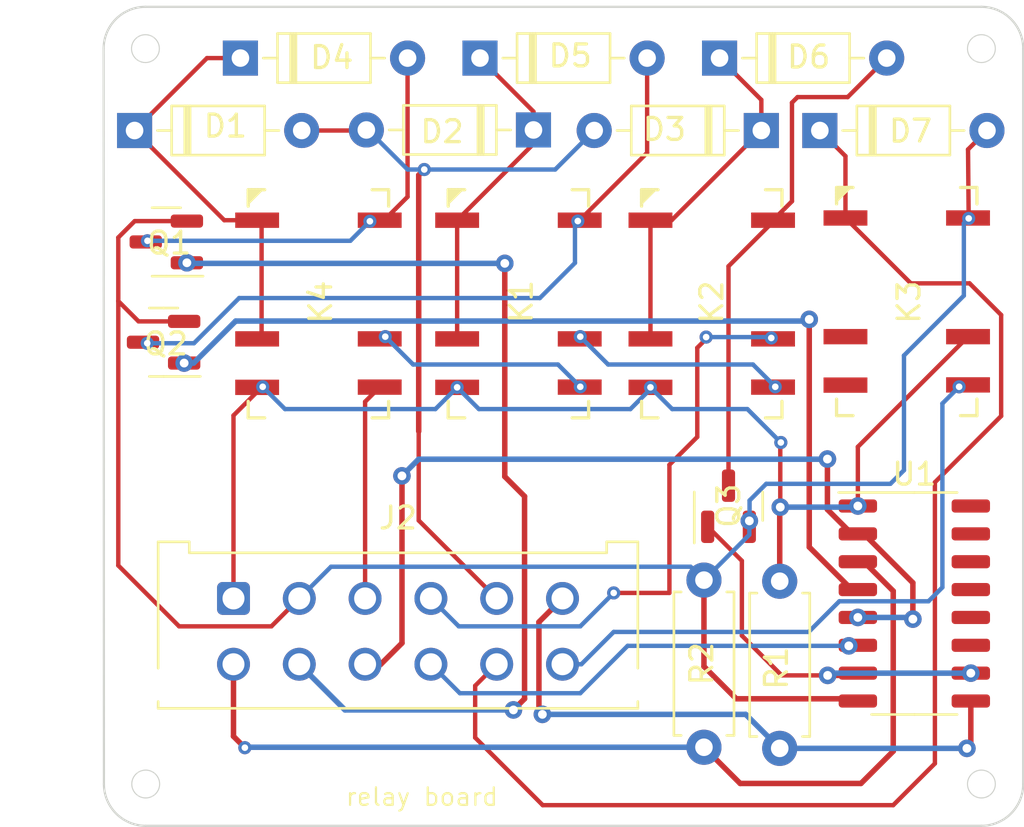
<source format=kicad_pcb>
(kicad_pcb (version 20221018) (generator pcbnew)
  (layers (0 "F.Cu" signal) (31 "B.Cu" signal) (34 "B.Paste" user) (35 "F.Paste" user) (36 "B.SilkS" user "B.Silkscreen") (37 "F.SilkS" user "F.Silkscreen") (38 "B.Mask" user) (39 "F.Mask" user) (44 "Edge.Cuts" user))
  (net 0 "")
  (net 1 "BMS Fault")
  (net 2 "+12V")
  (net 3 "IMD Fault")
  (net 4 "Net-(D1-K)")
  (net 5 "SW")
  (net 6 "Net-(D2-K)")
  (net 7 "Net-(D3-K)")
  (net 8 "GND")
  (net 9 "SDC 2")
  (net 10 "SDC 1")
  (net 11 "BSPD Fault")
  (net 12 "IMD_indicator")
  (net 13 "BMS_indicator")
  (net 14 "Net-(Q2-G)")
  (net 15 "Net-(Q3-G)")
  (net 16 "Net-(K1-Pad6)")
  (net 17 "Net-(K1-Pad5)")
  (net 18 "/Drain_IMD")
  (net 19 "/Drain_BMS")
  (net 20 "/Drain_BSPD")
  (net 22 "BMS_charge")
  (net 24 "BMS_power")
  (footprint "Diode_THT:D_DO-35_SOD27_P7.62mm_Horizontal" (layer "F.Cu") (at 118.0084 84.5566 180)
    (fp_text reference "D2" (at 4.1656 -0.0762) (layer "F.SilkS"))
    (fp_text value "1N4148")
    (fp_line (start 1.04 0) (end 1.69 0) (stroke (width 0.12)) (layer "F.SilkS"))
    (fp_line (start 1.69 -1.12) (end 1.69 1.12) (stroke (width 0.12)) (layer "F.SilkS"))
    (fp_line (start 1.69 1.12) (end 5.93 1.12) (stroke (width 0.12)) (layer "F.SilkS"))
    (fp_line (start 2.29 -1.12) (end 2.29 1.12) (stroke (width 0.12)) (layer "F.SilkS"))
    (fp_line (start 2.41 -1.12) (end 2.41 1.12) (stroke (width 0.12)) (layer "F.SilkS"))
    (fp_line (start 2.53 -1.12) (end 2.53 1.12) (stroke (width 0.12)) (layer "F.SilkS"))
    (fp_line (start 5.93 -1.12) (end 1.69 -1.12) (stroke (width 0.12)) (layer "F.SilkS"))
    (fp_line (start 5.93 1.12) (end 5.93 -1.12) (stroke (width 0.12)) (layer "F.SilkS"))
    (fp_line (start 6.58 0) (end 5.93 0) (stroke (width 0.12)) (layer "F.SilkS"))
    (pad "1" thru_hole rect (at 0 0 180) (size 1.6 1.6) (drill 0.8) (layers "*.Cu" "*.Mask") (net 6 "Net-(D2-K)"))
    (pad "2" thru_hole oval (at 7.62 0 180) (size 1.6 1.6) (drill 0.8) (layers "*.Cu" "*.Mask") (net 5 "SW"))
  )
  (footprint "Diode_THT:D_DO-35_SOD27_P7.62mm_Horizontal" (layer "F.Cu") (at 104.648 81.28)
    (fp_text reference "D4" (at 4.1656 -0.0254) (layer "F.SilkS"))
    (fp_text value "1N4148" hide)
    (fp_line (start 1.04 0) (end 1.69 0) (stroke (width 0.12)) (layer "F.SilkS"))
    (fp_line (start 1.69 -1.12) (end 1.69 1.12) (stroke (width 0.12)) (layer "F.SilkS"))
    (fp_line (start 1.69 1.12) (end 5.93 1.12) (stroke (width 0.12)) (layer "F.SilkS"))
    (fp_line (start 2.29 -1.12) (end 2.29 1.12) (stroke (width 0.12)) (layer "F.SilkS"))
    (fp_line (start 2.41 -1.12) (end 2.41 1.12) (stroke (width 0.12)) (layer "F.SilkS"))
    (fp_line (start 2.53 -1.12) (end 2.53 1.12) (stroke (width 0.12)) (layer "F.SilkS"))
    (fp_line (start 5.93 -1.12) (end 1.69 -1.12) (stroke (width 0.12)) (layer "F.SilkS"))
    (fp_line (start 5.93 1.12) (end 5.93 -1.12) (stroke (width 0.12)) (layer "F.SilkS"))
    (fp_line (start 6.58 0) (end 5.93 0) (stroke (width 0.12)) (layer "F.SilkS"))
    (pad "1" thru_hole rect (at 0 0) (size 1.6 1.6) (drill 0.8) (layers "*.Cu" "*.Mask") (net 4 "Net-(D1-K)"))
    (pad "2" thru_hole oval (at 7.62 0) (size 1.6 1.6) (drill 0.8) (layers "*.Cu" "*.Mask") (net 20 "/Drain_BSPD"))
  )
  (footprint "Relay_SMD:Relay_DPDT_AXICOM_IMSeries_JLeg" (layer "F.Cu") (at 135.0264 92.3798)
    (fp_text reference "K3" (at 0.1016 0.0254 90) (layer "F.SilkS"))
    (fp_text value "1462043-4")
    (fp_line (start -3.2 -5.2) (end -3.2 -4.45) (stroke (width 0.15)) (layer "F.SilkS"))
    (fp_line (start -3.2 4.45) (end -3.2 5.2) (stroke (width 0.15)) (layer "F.SilkS"))
    (fp_line (start -3.2 5.2) (end -2.45 5.2) (stroke (width 0.15)) (layer "F.SilkS"))
    (fp_line (start -3.05 -5.2) (end -3.2 -5.05) (stroke (width 0.15)) (layer "F.SilkS"))
    (fp_line (start -2.9 -5.2) (end -3.2 -4.9) (stroke (width 0.15)) (layer "F.SilkS"))
    (fp_line (start -2.75 -5.2) (end -3.2 -4.75) (stroke (width 0.15)) (layer "F.SilkS"))
    (fp_line (start -2.6 -5.2) (end -3.2 -4.6) (stroke (width 0.15)) (layer "F.SilkS"))
    (fp_line (start -2.45 -5.2) (end -3.2 -5.2) (stroke (width 0.15)) (layer "F.SilkS"))
    (fp_line (start 2.45 -5.2) (end 3.2 -5.2) (stroke (width 0.15)) (layer "F.SilkS"))
    (fp_line (start 2.45 5.2) (end 3.2 5.2) (stroke (width 0.15)) (layer "F.SilkS"))
    (fp_line (start 3.2 -5.2) (end 3.2 -4.45) (stroke (width 0.15)) (layer "F.SilkS"))
    (fp_line (start 3.2 4.45) (end 3.2 5.2) (stroke (width 0.15)) (layer "F.SilkS"))
    (pad "1" smd rect (at -2.794 -3.81) (size 2 0.7) (layers "F.Cu" "F.Paste" "F.Mask") (net 24 "BMS_power"))
    (pad "3" smd rect (at -2.794 1.6) (size 2 0.7) (layers "F.Cu" "F.Paste" "F.Mask"))
    (pad "4" smd rect (at -2.794 3.81) (size 2 0.7) (layers "F.Cu" "F.Paste" "F.Mask"))
    (pad "5" smd rect (at 2.794 3.8) (size 2 0.7) (layers "F.Cu" "F.Paste" "F.Mask") (net 22 "BMS_charge"))
    (pad "6" smd rect (at 2.794 1.6) (size 2 0.7) (layers "F.Cu" "F.Paste" "F.Mask") (net 2 "+12V"))
    (pad "8" smd rect (at 2.794 -3.81) (size 2 0.7) (layers "F.Cu" "F.Paste" "F.Mask") (net 8 "GND"))
  )
  (footprint "Connector_Molex:Molex_Micro-Fit_3.0_43045-1212_2x06_P3.00mm_Vertical" (layer "F.Cu") (at 104.332 105.9152)
    (fp_text reference "J2" (at 7.5 -3.67) (layer "F.SilkS"))
    (fp_text value "043045-1212")
    (fp_line (start -3.435 -2.58) (end -2.015 -2.58) (stroke (width 0.12)) (layer "F.SilkS"))
    (fp_line (start -3.435 3.18) (end -3.435 -2.58) (stroke (width 0.12)) (layer "F.SilkS"))
    (fp_line (start -3.435 4.7) (end -3.435 5.01) (stroke (width 0.12)) (layer "F.SilkS"))
    (fp_line (start -3.435 5.01) (end 18.435 5.01) (stroke (width 0.12)) (layer "F.SilkS"))
    (fp_line (start -2.015 -2.58) (end -2.015 -2.08) (stroke (width 0.12)) (layer "F.SilkS"))
    (fp_line (start -2.015 -2.08) (end 17.015 -2.08) (stroke (width 0.12)) (layer "F.SilkS"))
    (fp_line (start 17.015 -2.58) (end 18.435 -2.58) (stroke (width 0.12)) (layer "F.SilkS"))
    (fp_line (start 17.015 -2.08) (end 17.015 -2.58) (stroke (width 0.12)) (layer "F.SilkS"))
    (fp_line (start 18.435 -2.58) (end 18.435 3.18) (stroke (width 0.12)) (layer "F.SilkS"))
    (fp_line (start 18.435 5.01) (end 18.435 4.7) (stroke (width 0.12)) (layer "F.SilkS"))
    (pad "" np_thru_hole circle (at -3 3.94) (size 1 1) (drill 1) (layers "*.Cu" "*.Mask"))
    (pad "" np_thru_hole circle (at 18 3.94) (size 1 1) (drill 1) (layers "*.Cu" "*.Mask"))
    (pad "1" thru_hole roundrect (at 0 0) (size 1.5 1.5) (drill 1) (layers "*.Cu" "*.Mask") (roundrect_rratio 0.1666673333) (net 2 "+12V"))
    (pad "2" thru_hole circle (at 3 0) (size 1.5 1.5) (drill 1) (layers "*.Cu" "*.Mask") (net 8 "GND"))
    (pad "3" thru_hole circle (at 6 0) (size 1.5 1.5) (drill 1) (layers "*.Cu" "*.Mask") (net 10 "SDC 1"))
    (pad "4" thru_hole circle (at 9 0) (size 1.5 1.5) (drill 1) (layers "*.Cu" "*.Mask") (net 9 "SDC 2"))
    (pad "5" thru_hole circle (at 12 0) (size 1.5 1.5) (drill 1) (layers "*.Cu" "*.Mask") (net 5 "SW"))
    (pad "6" thru_hole circle (at 15 0) (size 1.5 1.5) (drill 1) (layers "*.Cu" "*.Mask") (net 1 "BMS Fault"))
    (pad "7" thru_hole circle (at 0 3) (size 1.5 1.5) (drill 1) (layers "*.Cu" "*.Mask") (net 3 "IMD Fault"))
    (pad "8" thru_hole circle (at 3 3) (size 1.5 1.5) (drill 1) (layers "*.Cu" "*.Mask") (net 11 "BSPD Fault"))
    (pad "9" thru_hole circle (at 6 3) (size 1.5 1.5) (drill 1) (layers "*.Cu" "*.Mask") (net 12 "IMD_indicator"))
    (pad "10" thru_hole circle (at 9 3) (size 1.5 1.5) (drill 1) (layers "*.Cu" "*.Mask") (net 13 "BMS_indicator"))
    (pad "11" thru_hole circle (at 12 3) (size 1.5 1.5) (drill 1) (layers "*.Cu" "*.Mask") (net 24 "BMS_power"))
    (pad "12" thru_hole circle (at 15 3) (size 1.5 1.5) (drill 1) (layers "*.Cu" "*.Mask") (net 22 "BMS_charge"))
  )
  (footprint "Diode_THT:D_DO-35_SOD27_P7.62mm_Horizontal" (layer "F.Cu") (at 99.822 84.582)
    (fp_text reference "D1" (at 4.1402 -0.2032) (layer "F.SilkS"))
    (fp_text value "1N4148")
    (fp_line (start 1.04 0) (end 1.69 0) (stroke (width 0.12)) (layer "F.SilkS"))
    (fp_line (start 1.69 -1.12) (end 1.69 1.12) (stroke (width 0.12)) (layer "F.SilkS"))
    (fp_line (start 1.69 1.12) (end 5.93 1.12) (stroke (width 0.12)) (layer "F.SilkS"))
    (fp_line (start 2.29 -1.12) (end 2.29 1.12) (stroke (width 0.12)) (layer "F.SilkS"))
    (fp_line (start 2.41 -1.12) (end 2.41 1.12) (stroke (width 0.12)) (layer "F.SilkS"))
    (fp_line (start 2.53 -1.12) (end 2.53 1.12) (stroke (width 0.12)) (layer "F.SilkS"))
    (fp_line (start 5.93 -1.12) (end 1.69 -1.12) (stroke (width 0.12)) (layer "F.SilkS"))
    (fp_line (start 5.93 1.12) (end 5.93 -1.12) (stroke (width 0.12)) (layer "F.SilkS"))
    (fp_line (start 6.58 0) (end 5.93 0) (stroke (width 0.12)) (layer "F.SilkS"))
    (pad "1" thru_hole rect (at 0 0) (size 1.6 1.6) (drill 0.8) (layers "*.Cu" "*.Mask") (net 4 "Net-(D1-K)"))
    (pad "2" thru_hole oval (at 7.62 0) (size 1.6 1.6) (drill 0.8) (layers "*.Cu" "*.Mask") (net 5 "SW"))
  )
  (footprint "Diode_THT:D_DO-35_SOD27_P7.62mm_Horizontal" (layer "F.Cu") (at 126.492 81.28)
    (fp_text reference "D6" (at 4.064 -0.0508) (layer "F.SilkS"))
    (fp_text value "1N4148")
    (fp_line (start 1.04 0) (end 1.69 0) (stroke (width 0.12)) (layer "F.SilkS"))
    (fp_line (start 1.69 -1.12) (end 1.69 1.12) (stroke (width 0.12)) (layer "F.SilkS"))
    (fp_line (start 1.69 1.12) (end 5.93 1.12) (stroke (width 0.12)) (layer "F.SilkS"))
    (fp_line (start 2.29 -1.12) (end 2.29 1.12) (stroke (width 0.12)) (layer "F.SilkS"))
    (fp_line (start 2.41 -1.12) (end 2.41 1.12) (stroke (width 0.12)) (layer "F.SilkS"))
    (fp_line (start 2.53 -1.12) (end 2.53 1.12) (stroke (width 0.12)) (layer "F.SilkS"))
    (fp_line (start 5.93 -1.12) (end 1.69 -1.12) (stroke (width 0.12)) (layer "F.SilkS"))
    (fp_line (start 5.93 1.12) (end 5.93 -1.12) (stroke (width 0.12)) (layer "F.SilkS"))
    (fp_line (start 6.58 0) (end 5.93 0) (stroke (width 0.12)) (layer "F.SilkS"))
    (pad "1" thru_hole rect (at 0 0) (size 1.6 1.6) (drill 0.8) (layers "*.Cu" "*.Mask") (net 7 "Net-(D3-K)"))
    (pad "2" thru_hole oval (at 7.62 0) (size 1.6 1.6) (drill 0.8) (layers "*.Cu" "*.Mask") (net 19 "/Drain_BMS"))
  )
  (footprint "Resistor_THT:R_Axial_DIN0207_L6.3mm_D2.5mm_P7.62mm_Horizontal" (layer "F.Cu") (at 125.7808 112.6998 90)
    (fp_text reference "R2" (at 3.81 -0.1016 90) (layer "F.SilkS"))
    (fp_text value "2.2k")
    (fp_line (start 0.54 -1.37) (end 7.08 -1.37) (stroke (width 0.12)) (layer "F.SilkS"))
    (fp_line (start 0.54 -1.04) (end 0.54 -1.37) (stroke (width 0.12)) (layer "F.SilkS"))
    (fp_line (start 0.54 1.04) (end 0.54 1.37) (stroke (width 0.12)) (layer "F.SilkS"))
    (fp_line (start 0.54 1.37) (end 7.08 1.37) (stroke (width 0.12)) (layer "F.SilkS"))
    (fp_line (start 7.08 -1.37) (end 7.08 -1.04) (stroke (width 0.12)) (layer "F.SilkS"))
    (fp_line (start 7.08 1.37) (end 7.08 1.04) (stroke (width 0.12)) (layer "F.SilkS"))
    (pad "1" thru_hole circle (at 0 0 90) (size 1.6 1.6) (drill 0.8) (layers "*.Cu" "*.Mask") (net 3 "IMD Fault"))
    (pad "2" thru_hole oval (at 7.62 0 90) (size 1.6 1.6) (drill 0.8) (layers "*.Cu" "*.Mask") (net 8 "GND"))
  )
  (footprint "Diode_THT:D_DO-35_SOD27_P7.62mm_Horizontal" (layer "F.Cu") (at 131.064 84.582)
    (fp_text reference "D7" (at 4.1402 0.0254 -360) (layer "F.SilkS"))
    (fp_text value "1N4148")
    (fp_line (start 1.04 0) (end 1.69 0) (stroke (width 0.12)) (layer "F.SilkS"))
    (fp_line (start 1.69 -1.12) (end 1.69 1.12) (stroke (width 0.12)) (layer "F.SilkS"))
    (fp_line (start 1.69 1.12) (end 5.93 1.12) (stroke (width 0.12)) (layer "F.SilkS"))
    (fp_line (start 2.29 -1.12) (end 2.29 1.12) (stroke (width 0.12)) (layer "F.SilkS"))
    (fp_line (start 2.41 -1.12) (end 2.41 1.12) (stroke (width 0.12)) (layer "F.SilkS"))
    (fp_line (start 2.53 -1.12) (end 2.53 1.12) (stroke (width 0.12)) (layer "F.SilkS"))
    (fp_line (start 5.93 -1.12) (end 1.69 -1.12) (stroke (width 0.12)) (layer "F.SilkS"))
    (fp_line (start 5.93 1.12) (end 5.93 -1.12) (stroke (width 0.12)) (layer "F.SilkS"))
    (fp_line (start 6.58 0) (end 5.93 0) (stroke (width 0.12)) (layer "F.SilkS"))
    (pad "1" thru_hole rect (at 0 0) (size 1.6 1.6) (drill 0.8) (layers "*.Cu" "*.Mask") (net 24 "BMS_power"))
    (pad "2" thru_hole oval (at 7.62 0) (size 1.6 1.6) (drill 0.8) (layers "*.Cu" "*.Mask") (net 8 "GND"))
  )
  (footprint "Relay_SMD:Relay_DPDT_AXICOM_IMSeries_JLeg" (layer "F.Cu") (at 117.3226 92.4814)
    (fp_text reference "K1" (at 0.127 -0.1016 90) (layer "F.SilkS"))
    (fp_text value "1462043-4")
    (fp_line (start -3.2 -5.2) (end -3.2 -4.45) (stroke (width 0.15)) (layer "F.SilkS"))
    (fp_line (start -3.2 4.45) (end -3.2 5.2) (stroke (width 0.15)) (layer "F.SilkS"))
    (fp_line (start -3.2 5.2) (end -2.45 5.2) (stroke (width 0.15)) (layer "F.SilkS"))
    (fp_line (start -3.05 -5.2) (end -3.2 -5.05) (stroke (width 0.15)) (layer "F.SilkS"))
    (fp_line (start -2.9 -5.2) (end -3.2 -4.9) (stroke (width 0.15)) (layer "F.SilkS"))
    (fp_line (start -2.75 -5.2) (end -3.2 -4.75) (stroke (width 0.15)) (layer "F.SilkS"))
    (fp_line (start -2.6 -5.2) (end -3.2 -4.6) (stroke (width 0.15)) (layer "F.SilkS"))
    (fp_line (start -2.45 -5.2) (end -3.2 -5.2) (stroke (width 0.15)) (layer "F.SilkS"))
    (fp_line (start 2.45 -5.2) (end 3.2 -5.2) (stroke (width 0.15)) (layer "F.SilkS"))
    (fp_line (start 2.45 5.2) (end 3.2 5.2) (stroke (width 0.15)) (layer "F.SilkS"))
    (fp_line (start 3.2 -5.2) (end 3.2 -4.45) (stroke (width 0.15)) (layer "F.SilkS"))
    (fp_line (start 3.2 4.45) (end 3.2 5.2) (stroke (width 0.15)) (layer "F.SilkS"))
    (pad "1" smd rect (at -2.794 -3.81) (size 2 0.7) (layers "F.Cu" "F.Paste" "F.Mask") (net 6 "Net-(D2-K)"))
    (pad "3" smd rect (at -2.794 1.6) (size 2 0.7) (layers "F.Cu" "F.Paste" "F.Mask") (net 6 "Net-(D2-K)"))
    (pad "4" smd rect (at -2.794 3.81) (size 2 0.7) (layers "F.Cu" "F.Paste" "F.Mask") (net 2 "+12V"))
    (pad "5" smd rect (at 2.794 3.8) (size 2 0.7) (layers "F.Cu" "F.Paste" "F.Mask") (net 17 "Net-(K1-Pad5)"))
    (pad "6" smd rect (at 2.794 1.6) (size 2 0.7) (layers "F.Cu" "F.Paste" "F.Mask") (net 16 "Net-(K1-Pad6)"))
    (pad "8" smd rect (at 2.794 -3.81) (size 2 0.7) (layers "F.Cu" "F.Paste" "F.Mask") (net 18 "/Drain_IMD"))
  )
  (footprint "Package_SO:SO-16_3.9x9.9mm_P1.27mm" (layer "F.Cu") (at 135.3724 106.1466)
    (fp_text reference "U1" (at 0 -5.9) (layer "F.SilkS"))
    (fp_text value "HEF4049B")
    (fp_line (start 0 -5.06) (end -3.45 -5.06) (stroke (width 0.12)) (layer "F.SilkS"))
    (fp_line (start 0 -5.06) (end 1.95 -5.06) (stroke (width 0.12)) (layer "F.SilkS"))
    (fp_line (start 0 5.06) (end -1.95 5.06) (stroke (width 0.12)) (layer "F.SilkS"))
    (fp_line (start 0 5.06) (end 1.95 5.06) (stroke (width 0.12)) (layer "F.SilkS"))
    (pad "1" smd roundrect (at -2.575 -4.445) (size 1.75 0.6) (layers "F.Cu" "F.Paste" "F.Mask") (net 2 "+12V"))
    (pad "2" smd roundrect (at -2.575 -3.175) (size 1.75 0.6) (layers "F.Cu" "F.Paste" "F.Mask") (net 12 "IMD_indicator"))
    (pad "3" smd roundrect (at -2.575 -1.905) (size 1.75 0.6) (layers "F.Cu" "F.Paste" "F.Mask") (net 3 "IMD Fault"))
    (pad "4" smd roundrect (at -2.575 -0.635) (size 1.75 0.6) (layers "F.Cu" "F.Paste" "F.Mask") (net 14 "Net-(Q2-G)"))
    (pad "5" smd roundrect (at -2.575 0.635) (size 1.75 0.6) (layers "F.Cu" "F.Paste" "F.Mask") (net 12 "IMD_indicator"))
    (pad "6" smd roundrect (at -2.575 1.905) (size 1.75 0.6) (layers "F.Cu" "F.Paste" "F.Mask") (net 13 "BMS_indicator"))
    (pad "7" smd roundrect (at -2.575 3.175) (size 1.75 0.6) (layers "F.Cu" "F.Paste" "F.Mask") (net 15 "Net-(Q3-G)"))
    (pad "8" smd roundrect (at -2.575 4.445) (size 1.75 0.6) (layers "F.Cu" "F.Paste" "F.Mask") (net 8 "GND"))
    (pad "9" smd roundrect (at 2.575 4.445) (size 1.75 0.6) (layers "F.Cu" "F.Paste" "F.Mask") (net 1 "BMS Fault"))
    (pad "10" smd roundrect (at 2.575 3.175) (size 1.75 0.6) (layers "F.Cu" "F.Paste" "F.Mask") (net 15 "Net-(Q3-G)"))
    (pad "11" smd roundrect (at 2.575 1.905) (size 1.75 0.6) (layers "F.Cu" "F.Paste" "F.Mask"))
    (pad "12" smd roundrect (at 2.575 0.635) (size 1.75 0.6) (layers "F.Cu" "F.Paste" "F.Mask"))
    (pad "13" smd roundrect (at 2.575 -0.635) (size 1.75 0.6) (layers "F.Cu" "F.Paste" "F.Mask"))
    (pad "14" smd roundrect (at 2.575 -1.905) (size 1.75 0.6) (layers "F.Cu" "F.Paste" "F.Mask"))
    (pad "15" smd roundrect (at 2.575 -3.175) (size 1.75 0.6) (layers "F.Cu" "F.Paste" "F.Mask"))
    (pad "16" smd roundrect (at 2.575 -4.445) (size 1.75 0.6) (layers "F.Cu" "F.Paste" "F.Mask"))
  )
  (footprint "Relay_SMD:Relay_DPDT_AXICOM_IMSeries_JLeg" (layer "F.Cu") (at 126.1364 92.4814)
    (fp_text reference "K2" (at 0 -0.0762 90) (layer "F.SilkS"))
    (fp_text value "1462043-4" hide)
    (fp_line (start -3.2 -5.2) (end -3.2 -4.45) (stroke (width 0.15)) (layer "F.SilkS"))
    (fp_line (start -3.2 4.45) (end -3.2 5.2) (stroke (width 0.15)) (layer "F.SilkS"))
    (fp_line (start -3.2 5.2) (end -2.45 5.2) (stroke (width 0.15)) (layer "F.SilkS"))
    (fp_line (start -3.05 -5.2) (end -3.2 -5.05) (stroke (width 0.15)) (layer "F.SilkS"))
    (fp_line (start -2.9 -5.2) (end -3.2 -4.9) (stroke (width 0.15)) (layer "F.SilkS"))
    (fp_line (start -2.75 -5.2) (end -3.2 -4.75) (stroke (width 0.15)) (layer "F.SilkS"))
    (fp_line (start -2.6 -5.2) (end -3.2 -4.6) (stroke (width 0.15)) (layer "F.SilkS"))
    (fp_line (start -2.45 -5.2) (end -3.2 -5.2) (stroke (width 0.15)) (layer "F.SilkS"))
    (fp_line (start 2.45 -5.2) (end 3.2 -5.2) (stroke (width 0.15)) (layer "F.SilkS"))
    (fp_line (start 2.45 5.2) (end 3.2 5.2) (stroke (width 0.15)) (layer "F.SilkS"))
    (fp_line (start 3.2 -5.2) (end 3.2 -4.45) (stroke (width 0.15)) (layer "F.SilkS"))
    (fp_line (start 3.2 4.45) (end 3.2 5.2) (stroke (width 0.15)) (layer "F.SilkS"))
    (pad "1" smd rect (at -2.794 -3.81) (size 2 0.7) (layers "F.Cu" "F.Paste" "F.Mask") (net 7 "Net-(D3-K)"))
    (pad "3" smd rect (at -2.794 1.6) (size 2 0.7) (layers "F.Cu" "F.Paste" "F.Mask") (net 7 "Net-(D3-K)"))
    (pad "4" smd rect (at -2.794 3.81) (size 2 0.7) (layers "F.Cu" "F.Paste" "F.Mask") (net 2 "+12V"))
    (pad "5" smd rect (at 2.794 3.8) (size 2 0.7) (layers "F.Cu" "F.Paste" "F.Mask") (net 16 "Net-(K1-Pad6)"))
    (pad "6" smd rect (at 2.794 1.6) (size 2 0.7) (layers "F.Cu" "F.Paste" "F.Mask") (net 9 "SDC 2"))
    (pad "8" smd rect (at 2.794 -3.81) (size 2 0.7) (layers "F.Cu" "F.Paste" "F.Mask") (net 19 "/Drain_BMS"))
  )
  (footprint "Diode_THT:D_DO-35_SOD27_P7.62mm_Horizontal" (layer "F.Cu") (at 115.57 81.28)
    (fp_text reference "D5" (at 4.1148 -0.1016) (layer "F.SilkS"))
    (fp_text value "1N4148")
    (fp_line (start 1.04 0) (end 1.69 0) (stroke (width 0.12)) (layer "F.SilkS"))
    (fp_line (start 1.69 -1.12) (end 1.69 1.12) (stroke (width 0.12)) (layer "F.SilkS"))
    (fp_line (start 1.69 1.12) (end 5.93 1.12) (stroke (width 0.12)) (layer "F.SilkS"))
    (fp_line (start 2.29 -1.12) (end 2.29 1.12) (stroke (width 0.12)) (layer "F.SilkS"))
    (fp_line (start 2.41 -1.12) (end 2.41 1.12) (stroke (width 0.12)) (layer "F.SilkS"))
    (fp_line (start 2.53 -1.12) (end 2.53 1.12) (stroke (width 0.12)) (layer "F.SilkS"))
    (fp_line (start 5.93 -1.12) (end 1.69 -1.12) (stroke (width 0.12)) (layer "F.SilkS"))
    (fp_line (start 5.93 1.12) (end 5.93 -1.12) (stroke (width 0.12)) (layer "F.SilkS"))
    (fp_line (start 6.58 0) (end 5.93 0) (stroke (width 0.12)) (layer "F.SilkS"))
    (pad "1" thru_hole rect (at 0 0) (size 1.6 1.6) (drill 0.8) (layers "*.Cu" "*.Mask") (net 6 "Net-(D2-K)"))
    (pad "2" thru_hole oval (at 7.62 0) (size 1.6 1.6) (drill 0.8) (layers "*.Cu" "*.Mask") (net 18 "/Drain_IMD"))
  )
  (footprint "Package_TO_SOT_SMD:SOT-23" (layer "F.Cu") (at 101.1451 94.234 180)
    (fp_text reference "Q2" (at -0.1039 -0.0762) (layer "F.SilkS"))
    (fp_text value "PJA3412_R1_00001")
    (fp_line (start 0 -1.56) (end -1.675 -1.56) (stroke (width 0.12)) (layer "F.SilkS"))
    (fp_line (start 0 -1.56) (end 0.65 -1.56) (stroke (width 0.12)) (layer "F.SilkS"))
    (fp_line (start 0 1.56) (end -0.65 1.56) (stroke (width 0.12)) (layer "F.SilkS"))
    (fp_line (start 0 1.56) (end 0.65 1.56) (stroke (width 0.12)) (layer "F.SilkS"))
    (pad "1" smd roundrect (at -0.9375 -0.95 180) (size 1.475 0.6) (layers "F.Cu" "F.Paste" "F.Mask") (net 14 "Net-(Q2-G)"))
    (pad "2" smd roundrect (at -0.9375 0.95 180) (size 1.475 0.6) (layers "F.Cu" "F.Paste" "F.Mask") (net 8 "GND"))
    (pad "3" smd roundrect (at 0.9375 0 180) (size 1.475 0.6) (layers "F.Cu" "F.Paste" "F.Mask") (net 18 "/Drain_IMD"))
  )
  (footprint "Package_TO_SOT_SMD:SOT-23" (layer "F.Cu") (at 126.9 101.7125 90)
    (fp_text reference "Q3" (at 0.0254 0.0102 90) (layer "F.SilkS"))
    (fp_text value "PJA3412_R1_00001")
    (fp_line (start 0 -1.56) (end -1.675 -1.56) (stroke (width 0.12)) (layer "F.SilkS"))
    (fp_line (start 0 -1.56) (end 0.65 -1.56) (stroke (width 0.12)) (layer "F.SilkS"))
    (fp_line (start 0 1.56) (end -0.65 1.56) (stroke (width 0.12)) (layer "F.SilkS"))
    (fp_line (start 0 1.56) (end 0.65 1.56) (stroke (width 0.12)) (layer "F.SilkS"))
    (pad "1" smd roundrect (at -0.9375 -0.95 90) (size 1.475 0.6) (layers "F.Cu" "F.Paste" "F.Mask") (net 15 "Net-(Q3-G)"))
    (pad "2" smd roundrect (at -0.9375 0.95 90) (size 1.475 0.6) (layers "F.Cu" "F.Paste" "F.Mask") (net 8 "GND"))
    (pad "3" smd roundrect (at 0.9375 0 90) (size 1.475 0.6) (layers "F.Cu" "F.Paste" "F.Mask") (net 19 "/Drain_BMS"))
  )
  (footprint "Relay_SMD:Relay_DPDT_AXICOM_IMSeries_JLeg" (layer "F.Cu") (at 108.204 92.4814)
    (fp_text reference "K4" (at 0.1016 -0.0762 90) (layer "F.SilkS"))
    (fp_text value "1462043-4")
    (fp_line (start -3.2 -5.2) (end -3.2 -4.45) (stroke (width 0.15)) (layer "F.SilkS"))
    (fp_line (start -3.2 4.45) (end -3.2 5.2) (stroke (width 0.15)) (layer "F.SilkS"))
    (fp_line (start -3.2 5.2) (end -2.45 5.2) (stroke (width 0.15)) (layer "F.SilkS"))
    (fp_line (start -3.05 -5.2) (end -3.2 -5.05) (stroke (width 0.15)) (layer "F.SilkS"))
    (fp_line (start -2.9 -5.2) (end -3.2 -4.9) (stroke (width 0.15)) (layer "F.SilkS"))
    (fp_line (start -2.75 -5.2) (end -3.2 -4.75) (stroke (width 0.15)) (layer "F.SilkS"))
    (fp_line (start -2.6 -5.2) (end -3.2 -4.6) (stroke (width 0.15)) (layer "F.SilkS"))
    (fp_line (start -2.45 -5.2) (end -3.2 -5.2) (stroke (width 0.15)) (layer "F.SilkS"))
    (fp_line (start 2.45 -5.2) (end 3.2 -5.2) (stroke (width 0.15)) (layer "F.SilkS"))
    (fp_line (start 2.45 5.2) (end 3.2 5.2) (stroke (width 0.15)) (layer "F.SilkS"))
    (fp_line (start 3.2 -5.2) (end 3.2 -4.45) (stroke (width 0.15)) (layer "F.SilkS"))
    (fp_line (start 3.2 4.45) (end 3.2 5.2) (stroke (width 0.15)) (layer "F.SilkS"))
    (pad "1" smd rect (at -2.794 -3.81) (size 2 0.7) (layers "F.Cu" "F.Paste" "F.Mask") (net 4 "Net-(D1-K)"))
    (pad "3" smd rect (at -2.794 1.6) (size 2 0.7) (layers "F.Cu" "F.Paste" "F.Mask") (net 4 "Net-(D1-K)"))
    (pad "4" smd rect (at -2.794 3.81) (size 2 0.7) (layers "F.Cu" "F.Paste" "F.Mask") (net 2 "+12V"))
    (pad "5" smd rect (at 2.794 3.8) (size 2 0.7) (layers "F.Cu" "F.Paste" "F.Mask") (net 10 "SDC 1"))
    (pad "6" smd rect (at 2.794 1.6) (size 2 0.7) (layers "F.Cu" "F.Paste" "F.Mask") (net 17 "Net-(K1-Pad5)"))
    (pad "8" smd rect (at 2.794 -3.81) (size 2 0.7) (layers "F.Cu" "F.Paste" "F.Mask") (net 20 "/Drain_BSPD"))
  )
  (footprint "Package_TO_SOT_SMD:SOT-23" (layer "F.Cu") (at 101.2698 89.662 180)
    (fp_text reference "Q1" (at -0.127 -0.0508) (layer "F.SilkS"))
    (fp_text value "PJA3412_R1_00001")
    (fp_line (start 0 -1.56) (end -1.675 -1.56) (stroke (width 0.12)) (layer "F.SilkS"))
    (fp_line (start 0 -1.56) (end 0.65 -1.56) (stroke (width 0.12)) (layer "F.SilkS"))
    (fp_line (start 0 1.56) (end -0.65 1.56) (stroke (width 0.12)) (layer "F.SilkS"))
    (fp_line (start 0 1.56) (end 0.65 1.56) (stroke (width 0.12)) (layer "F.SilkS"))
    (pad "1" smd roundrect (at -0.9375 -0.95 180) (size 1.475 0.6) (layers "F.Cu" "F.Paste" "F.Mask") (net 11 "BSPD Fault"))
    (pad "2" smd roundrect (at -0.9375 0.95 180) (size 1.475 0.6) (layers "F.Cu" "F.Paste" "F.Mask") (net 8 "GND"))
    (pad "3" smd roundrect (at 0.9375 0 180) (size 1.475 0.6) (layers "F.Cu" "F.Paste" "F.Mask") (net 20 "/Drain_BSPD"))
  )
  (footprint "Diode_THT:D_DO-35_SOD27_P7.62mm_Horizontal" (layer "F.Cu") (at 128.397 84.582 180)
    (fp_text reference "D3" (at 4.4196 0.0508) (layer "F.SilkS"))
    (fp_text value "1N4148")
    (fp_line (start 1.04 0) (end 1.69 0) (stroke (width 0.12)) (layer "F.SilkS"))
    (fp_line (start 1.69 -1.12) (end 1.69 1.12) (stroke (width 0.12)) (layer "F.SilkS"))
    (fp_line (start 1.69 1.12) (end 5.93 1.12) (stroke (width 0.12)) (layer "F.SilkS"))
    (fp_line (start 2.29 -1.12) (end 2.29 1.12) (stroke (width 0.12)) (layer "F.SilkS"))
    (fp_line (start 2.41 -1.12) (end 2.41 1.12) (stroke (width 0.12)) (layer "F.SilkS"))
    (fp_line (start 2.53 -1.12) (end 2.53 1.12) (stroke (width 0.12)) (layer "F.SilkS"))
    (fp_line (start 5.93 -1.12) (end 1.69 -1.12) (stroke (width 0.12)) (layer "F.SilkS"))
    (fp_line (start 5.93 1.12) (end 5.93 -1.12) (stroke (width 0.12)) (layer "F.SilkS"))
    (fp_line (start 6.58 0) (end 5.93 0) (stroke (width 0.12)) (layer "F.SilkS"))
    (pad "1" thru_hole rect (at 0 0 180) (size 1.6 1.6) (drill 0.8) (layers "*.Cu" "*.Mask") (net 7 "Net-(D3-K)"))
    (pad "2" thru_hole oval (at 7.62 0 180) (size 1.6 1.6) (drill 0.8) (layers "*.Cu" "*.Mask") (net 5 "SW"))
  )
  (footprint "Resistor_THT:R_Axial_DIN0207_L6.3mm_D2.5mm_P7.62mm_Horizontal" (layer "F.Cu") (at 129.2352 112.7506 90)
    (fp_text reference "R1" (at 3.6576 -0.1524 90) (layer "F.SilkS"))
    (fp_text value "2.2k")
    (fp_line (start 0.54 -1.37) (end 7.08 -1.37) (stroke (width 0.12)) (layer "F.SilkS"))
    (fp_line (start 0.54 -1.04) (end 0.54 -1.37) (stroke (width 0.12)) (layer "F.SilkS"))
    (fp_line (start 0.54 1.04) (end 0.54 1.37) (stroke (width 0.12)) (layer "F.SilkS"))
    (fp_line (start 0.54 1.37) (end 7.08 1.37) (stroke (width 0.12)) (layer "F.SilkS"))
    (fp_line (start 7.08 -1.37) (end 7.08 -1.04) (stroke (width 0.12)) (layer "F.SilkS"))
    (fp_line (start 7.08 1.37) (end 7.08 1.04) (stroke (width 0.12)) (layer "F.SilkS"))
    (pad "1" thru_hole circle (at 0 0 90) (size 1.6 1.6) (drill 0.8) (layers "*.Cu" "*.Mask") (net 1 "BMS Fault"))
    (pad "2" thru_hole oval (at 7.62 0 90) (size 1.6 1.6) (drill 0.8) (layers "*.Cu" "*.Mask") (net 2 "+12V"))
  )
  (gr_line (start 100.33 116.2812) (end 138.43 116.2812) (stroke (width 0.1)) (layer "Edge.Cuts"))
  (gr_circle (center 138.43 80.8482) (end 138.43 81.4832) (stroke (width 0.05)) (fill none) (layer "Edge.Cuts"))
  (gr_line (start 138.43 78.9432) (end 100.3173 78.9432) (stroke (width 0.1)) (layer "Edge.Cuts"))
  (gr_arc (start 140.335 114.3762) (mid 139.777038 115.723238) (end 138.43 116.2812) (stroke (width 0.1)) (layer "Edge.Cuts"))
  (gr_arc (start 98.4123 80.8482) (mid 98.970262 79.501162) (end 100.3173 78.9432) (stroke (width 0.1)) (layer "Edge.Cuts"))
  (gr_circle (center 100.33 114.3762) (end 100.965 114.3762) (stroke (width 0.05)) (fill none) (layer "Edge.Cuts"))
  (gr_arc (start 138.43 78.9432) (mid 139.777038 79.501162) (end 140.335 80.8482) (stroke (width 0.1)) (layer "Edge.Cuts"))
  (gr_line (start 140.335 114.3762) (end 140.335 80.8482) (stroke (width 0.1)) (layer "Edge.Cuts"))
  (gr_circle (center 100.3173 80.8482) (end 100.9523 80.8482) (stroke (width 0.05)) (fill none) (layer "Edge.Cuts"))
  (gr_line (start 98.4123 80.8482) (end 98.425 114.3762) (stroke (width 0.1)) (layer "Edge.Cuts"))
  (gr_circle (center 138.43 114.3762) (end 137.795 114.3762) (stroke (width 0.05)) (fill none) (layer "Edge.Cuts"))
  (gr_arc (start 100.33 116.2812) (mid 98.982962 115.723238) (end 98.425 114.3762) (stroke (width 0.1)) (layer "Edge.Cuts"))
  (gr_text "relay board" (at 109.39 115.43) (layer "F.SilkS") (effects (font (size 0.8 0.8) (thickness 0.1)) (justify left bottom)))
  (segment (start 118.257 106.9902) (end 118.257 111.0434) (width 0.25) (layer "F.Cu") (net 1))
  (segment (start 118.257 111.0434) (end 118.4148 111.2012) (width 0.25) (layer "F.Cu") (net 1))
  (segment (start 119.332 105.9152) (end 118.257 106.9902) (width 0.25) (layer "F.Cu") (net 1))
  (segment (start 137.9474 110.5916) (end 137.9474 112.5728) (width 0.25) (layer "F.Cu") (net 1))
  (segment (start 137.9474 112.5728) (end 137.7696 112.7506) (width 0.25) (layer "F.Cu") (net 1))
  (via (at 118.4148 111.2012) (size 0.8) (drill 0.4) (layers "F.Cu" "B.Cu") (net 1))
  (via (at 137.7696 112.7506) (size 0.8) (drill 0.4) (layers "F.Cu" "B.Cu") (net 1))
  (segment (start 127.6858 111.2012) (end 118.4148 111.2012) (width 0.25) (layer "B.Cu") (net 1))
  (segment (start 137.7696 112.7506) (end 129.2352 112.7506) (width 0.25) (layer "B.Cu") (net 1))
  (segment (start 129.2352 112.7506) (end 127.6858 111.2012) (width 0.25) (layer "B.Cu") (net 1))
  (segment (start 105.6386 96.266) (end 105.664 96.266) (width 0.2) (layer "F.Cu") (net 2))
  (segment (start 129.286 98.806) (end 129.2606 98.8314) (width 0.2) (layer "F.Cu") (net 2))
  (segment (start 132.7974 101.7016) (end 132.7974 99.0028) (width 0.2) (layer "F.Cu") (net 2))
  (segment (start 129.2352 101.7778) (end 129.2606 101.7524) (width 0.25) (layer "F.Cu") (net 2))
  (segment (start 129.2352 105.1306) (end 129.2352 101.7778) (width 0.25) (layer "F.Cu") (net 2))
  (segment (start 104.332 97.5726) (end 105.6386 96.266) (width 0.2) (layer "F.Cu") (net 2))
  (segment (start 129.2606 98.8314) (end 129.2606 101.7524) (width 0.2) (layer "F.Cu") (net 2))
  (segment (start 105.664 96.266) (end 105.664 96.2406) (width 0.2) (layer "F.Cu") (net 2))
  (segment (start 105.664 96.2406) (end 105.6132 96.2914) (width 0.2) (layer "F.Cu") (net 2))
  (segment (start 132.7974 99.0028) (end 137.8204 93.9798) (width 0.2) (layer "F.Cu") (net 2))
  (segment (start 104.332 105.9152) (end 104.332 97.5726) (width 0.2) (layer "F.Cu") (net 2))
  (via (at 114.5286 96.2914) (size 0.6) (drill 0.3) (layers "F.Cu" "B.Cu") (net 2))
  (via (at 132.7974 101.7016) (size 0.8) (drill 0.4) (layers "F.Cu" "B.Cu") (net 2))
  (via (at 105.664 96.266) (size 0.6) (drill 0.3) (layers "F.Cu" "B.Cu") (net 2))
  (via (at 129.286 98.806) (size 0.6) (drill 0.3) (layers "F.Cu" "B.Cu") (net 2))
  (via (at 123.3424 96.2914) (size 0.6) (drill 0.3) (layers "F.Cu" "B.Cu") (net 2))
  (via (at 129.2606 101.7524) (size 0.8) (drill 0.4) (layers "F.Cu" "B.Cu") (net 2))
  (segment (start 129.2606 101.7524) (end 132.7466 101.7524) (width 0.25) (layer "B.Cu") (net 2))
  (segment (start 127.762 97.282) (end 124.333 97.282) (width 0.2) (layer "B.Cu") (net 2))
  (segment (start 129.286 98.806) (end 127.762 97.282) (width 0.2) (layer "B.Cu") (net 2))
  (segment (start 105.664 96.266) (end 106.68 97.282) (width 0.2) (layer "B.Cu") (net 2))
  (segment (start 115.5192 97.282) (end 122.428 97.282) (width 0.2) (layer "B.Cu") (net 2))
  (segment (start 124.333 97.282) (end 123.3424 96.2914) (width 0.2) (layer "B.Cu") (net 2))
  (segment (start 123.3424 96.3676) (end 123.3424 96.2914) (width 0.2) (layer "B.Cu") (net 2))
  (segment (start 113.538 97.282) (end 114.5286 96.2914) (width 0.2) (layer "B.Cu") (net 2))
  (segment (start 122.428 97.282) (end 123.3424 96.3676) (width 0.2) (layer "B.Cu") (net 2))
  (segment (start 114.5286 96.2914) (end 115.5192 97.282) (width 0.2) (layer "B.Cu") (net 2))
  (segment (start 106.68 97.282) (end 113.538 97.282) (width 0.2) (layer "B.Cu") (net 2))
  (segment (start 134.41 112.88) (end 134.41 105.577449) (width 0.25) (layer "F.Cu") (net 3))
  (segment (start 104.332 112.202) (end 104.85 112.72) (width 0.25) (layer "F.Cu") (net 3))
  (segment (start 132.94 114.35) (end 134.41 112.88) (width 0.25) (layer "F.Cu") (net 3))
  (segment (start 133.074151 104.2416) (end 132.7974 104.2416) (width 0.25) (layer "F.Cu") (net 3))
  (segment (start 127.431 114.35) (end 132.94 114.35) (width 0.25) (layer "F.Cu") (net 3))
  (segment (start 104.332 108.9152) (end 104.332 112.202) (width 0.25) (layer "F.Cu") (net 3))
  (segment (start 134.41 105.577449) (end 133.074151 104.2416) (width 0.25) (layer "F.Cu") (net 3))
  (segment (start 125.7808 112.6998) (end 127.431 114.35) (width 0.25) (layer "F.Cu") (net 3))
  (via (at 104.85 112.72) (size 0.6) (drill 0.3) (layers "F.Cu" "B.Cu") (net 3))
  (segment (start 104.85 112.72) (end 104.85 112.73) (width 0.25) (layer "B.Cu") (net 3))
  (segment (start 104.86 112.72) (end 104.85 112.72) (width 0.25) (layer "B.Cu") (net 3))
  (segment (start 125.7808 112.6998) (end 104.8802 112.6998) (width 0.25) (layer "B.Cu") (net 3))
  (segment (start 104.87 112.71) (end 104.86 112.72) (width 0.25) (layer "B.Cu") (net 3))
  (segment (start 104.85 112.73) (end 104.8802 112.6998) (width 0.25) (layer "B.Cu") (net 3))
  (segment (start 99.822 84.582) (end 103.9114 88.6714) (width 0.2) (layer "F.Cu") (net 4))
  (segment (start 103.9114 88.6714) (end 105.6132 88.6714) (width 0.2) (layer "F.Cu") (net 4))
  (segment (start 103.124 81.28) (end 99.822 84.582) (width 0.2) (layer "F.Cu") (net 4))
  (segment (start 105.6132 88.6714) (end 105.6132 94.0814) (width 0.2) (layer "F.Cu") (net 4))
  (segment (start 104.648 81.28) (end 103.124 81.28) (width 0.2) (layer "F.Cu") (net 4))
  (segment (start 112.776 86.614) (end 113.03 86.36) (width 0.25) (layer "F.Cu") (net 5))
  (segment (start 116.332 105.9152) (end 112.776 102.3592) (width 0.2) (layer "F.Cu") (net 5))
  (segment (start 107.442 84.582) (end 110.363 84.582) (width 0.2) (layer "F.Cu") (net 5))
  (segment (start 110.363 84.582) (end 110.3884 84.5566) (width 0.2) (layer "F.Cu") (net 5))
  (segment (start 112.776 102.3592) (end 112.776 98.298) (width 0.2) (layer "F.Cu") (net 5))
  (segment (start 112.776 98.298) (end 112.776 86.614) (width 0.25) (layer "F.Cu") (net 5))
  (via (at 113.03 86.36) (size 0.6) (drill 0.3) (layers "F.Cu" "B.Cu") (net 5))
  (segment (start 110.4646 84.5566) (end 112.268 86.36) (width 0.2) (layer "B.Cu") (net 5))
  (segment (start 113.03 86.36) (end 118.999 86.36) (width 0.2) (layer "B.Cu") (net 5))
  (segment (start 118.999 86.36) (end 120.777 84.582) (width 0.2) (layer "B.Cu") (net 5))
  (segment (start 110.3884 84.5566) (end 110.4646 84.5566) (width 0.2) (layer "B.Cu") (net 5))
  (segment (start 112.268 86.36) (end 113.03 86.36) (width 0.2) (layer "B.Cu") (net 5))
  (segment (start 118.0084 83.7184) (end 115.57 81.28) (width 0.2) (layer "F.Cu") (net 6))
  (segment (start 118.0084 84.5566) (end 118.0084 85.1916) (width 0.2) (layer "F.Cu") (net 6))
  (segment (start 114.5286 88.6714) (end 114.5286 94.0814) (width 0.2) (layer "F.Cu") (net 6))
  (segment (start 118.0084 84.5566) (end 118.0084 83.7184) (width 0.2) (layer "F.Cu") (net 6))
  (segment (start 118.0084 85.1916) (end 114.5286 88.6714) (width 0.2) (layer "F.Cu") (net 6))
  (segment (start 128.397 83.185) (end 126.492 81.28) (width 0.2) (layer "F.Cu") (net 7))
  (segment (start 123.3424 88.6714) (end 124.3076 88.6714) (width 0.2) (layer "F.Cu") (net 7))
  (segment (start 123.3424 88.6714) (end 123.3424 94.0814) (width 0.2) (layer "F.Cu") (net 7))
  (segment (start 128.397 84.582) (end 128.397 83.185) (width 0.2) (layer "F.Cu") (net 7))
  (segment (start 124.3076 88.6714) (end 128.397 84.582) (width 0.2) (layer "F.Cu") (net 7))
  (segment (start 100.004 93.284) (end 102.0826 93.284) (width 0.2) (layer "F.Cu") (net 8))
  (segment (start 99.08 92.36) (end 99.08 104.414) (width 0.2) (layer "F.Cu") (net 8))
  (segment (start 106.0592 107.188) (end 107.332 105.9152) (width 0.2) (layer "F.Cu") (net 8))
  (segment (start 99.08 89.46) (end 99.08 92.36) (width 0.2) (layer "F.Cu") (net 8))
  (segment (start 125.7808 105.0798) (end 125.7808 109.0168) (width 0.25) (layer "F.Cu") (net 8))
  (segment (start 102.2073 88.712) (end 99.828 88.712) (width 0.2) (layer "F.Cu") (net 8))
  (segment (start 99.08 92.36) (end 100.004 93.284) (width 0.2) (layer "F.Cu") (net 8))
  (segment (start 137.85 88.59) (end 137.8204 85.4456) (width 0.2) (layer "F.Cu") (net 8))
  (segment (start 137.8204 88.5698) (end 137.85 88.59) (width 0.2) (layer "F.Cu") (net 8))
  (segment (start 99.08 104.414) (end 101.854 107.188) (width 0.2) (layer "F.Cu") (net 8))
  (segment (start 125.7808 109.0168) (end 127.254 110.49) (width 0.25) (layer "F.Cu") (net 8))
  (segment (start 137.8204 85.4456) (end 138.684 84.582) (width 0.2) (layer "F.Cu") (net 8))
  (segment (start 101.854 107.188) (end 106.0592 107.188) (width 0.2) (layer "F.Cu") (net 8))
  (segment (start 127.254 110.49) (end 132.6958 110.49) (width 0.25) (layer "F.Cu") (net 8))
  (segment (start 132.6958 110.49) (end 132.7974 110.5916) (width 0.25) (layer "F.Cu") (net 8))
  (segment (start 99.828 88.712) (end 99.08 89.46) (width 0.2) (layer "F.Cu") (net 8))
  (via (at 137.85 88.59) (size 0.6) (drill 0.3) (layers "F.Cu" "B.Cu") (net 8))
  (via (at 127.85 102.38) (size 0.8) (drill 0.4) (layers "F.Cu" "B.Cu") (net 8))
  (segment (start 134.9 94.84) (end 137.63 92.11) (width 0.2) (layer "B.Cu") (net 8))
  (segment (start 127.85 103.0106) (end 125.7808 105.0798) (width 0.2) (layer "B.Cu") (net 8))
  (segment (start 128.62 100.69) (end 134.28 100.69) (width 0.2) (layer "B.Cu") (net 8))
  (segment (start 125.171 104.47) (end 125.7808 105.0798) (width 0.2) (layer "B.Cu") (net 8))
  (segment (start 127.86 101.45) (end 127.86 102.37) (width 0.2) (layer "B.Cu") (net 8))
  (segment (start 108.7772 104.47) (end 125.171 104.47) (width 0.2) (layer "B.Cu") (net 8))
  (segment (start 127.85 102.38) (end 127.85 103.0106) (width 0.2) (layer "B.Cu") (net 8))
  (segment (start 134.28 100.69) (end 134.9 100.07) (width 0.2) (layer "B.Cu") (net 8))
  (segment (start 137.63 88.81) (end 137.78 88.66) (width 0.2) (layer "B.Cu") (net 8))
  (segment (start 137.63 92.11) (end 137.63 88.81) (width 0.2) (layer "B.Cu") (net 8))
  (segment (start 127.86 101.45) (end 128.62 100.69) (width 0.2) (layer "B.Cu") (net 8))
  (segment (start 134.9 100.07) (end 134.9 94.84) (width 0.2) (layer "B.Cu") (net 8))
  (segment (start 127.86 102.37) (end 127.85 102.38) (width 0.2) (layer "B.Cu") (net 8))
  (segment (start 107.332 105.9152) (end 108.7772 104.47) (width 0.2) (layer "B.Cu") (net 8))
  (segment (start 125.964 94) (end 125.476 94.488) (width 0.2) (layer "F.Cu") (net 9))
  (segment (start 125.8826 94.0814) (end 125.88 94.084) (width 0.2) (layer "F.Cu") (net 9))
  (segment (start 125.88 94) (end 125.964 94) (width 0.2) (layer "F.Cu") (net 9))
  (segment (start 124.206 99.822) (end 124.206 105.664) (width 0.2) (layer "F.Cu") (net 9))
  (segment (start 125.88 94.084) (end 125.88 94) (width 0.2) (layer "F.Cu") (net 9))
  (segment (start 125.476 94.488) (end 125.476 98.552) (width 0.2) (layer "F.Cu") (net 9))
  (segment (start 124.206 105.664) (end 121.666 105.664) (width 0.2) (layer "F.Cu") (net 9))
  (segment (start 124.206 99.822) (end 125.476 98.552) (width 0.2) (layer "F.Cu") (net 9))
  (via (at 121.666 105.664) (size 0.6) (drill 0.3) (layers "F.Cu" "B.Cu") (net 9))
  (via (at 125.88 94) (size 0.6) (drill 0.3) (layers "F.Cu" "B.Cu") (net 9))
  (via (at 128.85 94.04) (size 0.6) (drill 0.3) (layers "F.Cu" "B.Cu") (net 9))
  (segment (start 125.88 94) (end 128.81 94) (width 0.2) (layer "B.Cu") (net 9))
  (segment (start 120.142 107.188) (end 121.666 105.664) (width 0.2) (layer "B.Cu") (net 9))
  (segment (start 113.332 105.9152) (end 114.6048 107.188) (width 0.2) (layer "B.Cu") (net 9))
  (segment (start 128.81 94) (end 128.85 94.04) (width 0.2) (layer "B.Cu") (net 9))
  (segment (start 114.6048 107.188) (end 120.142 107.188) (width 0.2) (layer "B.Cu") (net 9))
  (segment (start 110.332 105.9152) (end 110.332 96.9474) (width 0.2) (layer "F.Cu") (net 10))
  (segment (start 110.332 96.9474) (end 110.998 96.2814) (width 0.2) (layer "F.Cu") (net 10))
  (segment (start 116.699947 100.358442) (end 117.602 101.260495) (width 0.25) (layer "F.Cu") (net 11))
  (segment (start 117.602 110.49) (end 117.094 110.998) (width 0.25) (layer "F.Cu") (net 11))
  (segment (start 116.699947 90.639547) (end 116.699947 100.358442) (width 0.25) (layer "F.Cu") (net 11))
  (segment (start 117.602 101.260495) (end 117.602 110.49) (width 0.25) (layer "F.Cu") (net 11))
  (via (at 102.2073 90.612) (size 0.8) (drill 0.4) (layers "F.Cu" "B.Cu") (net 11))
  (via (at 117.094 110.998) (size 0.8) (drill 0.4) (layers "F.Cu" "B.Cu") (net 11))
  (via (at 116.699947 90.639547) (size 0.8) (drill 0.4) (layers "F.Cu" "B.Cu") (net 11))
  (segment (start 102.234847 90.639547) (end 116.699947 90.639547) (width 0.25) (layer "B.Cu") (net 11))
  (segment (start 102.234847 90.639547) (end 102.2073 90.612) (width 0.25) (layer "B.Cu") (net 11))
  (segment (start 117.094 110.998) (end 109.4148 110.998) (width 0.25) (layer "B.Cu") (net 11))
  (segment (start 109.4148 110.998) (end 107.332 108.9152) (width 0.25) (layer "B.Cu") (net 11))
  (segment (start 135.3058 105.203249) (end 133.074151 102.9716) (width 0.25) (layer "F.Cu") (net 12))
  (segment (start 111.0488 108.9152) (end 112.014 107.95) (width 0.25) (layer "F.Cu") (net 12))
  (segment (start 132.520649 102.9716) (end 132.7974 102.9716) (width 0.25) (layer "F.Cu") (net 12))
  (segment (start 131.41 101.860951) (end 132.520649 102.9716) (width 0.25) (layer "F.Cu") (net 12))
  (segment (start 110.332 108.9152) (end 111.0488 108.9152) (width 0.25) (layer "F.Cu") (net 12))
  (segment (start 131.41 99.56) (end 131.41 101.860951) (width 0.25) (layer "F.Cu") (net 12))
  (segment (start 135.3058 106.8578) (end 135.3058 105.203249) (width 0.25) (layer "F.Cu") (net 12))
  (segment (start 133.074151 102.9716) (end 132.7974 102.9716) (width 0.25) (layer "F.Cu") (net 12))
  (segment (start 112.014 107.95) (end 112.014 100.33) (width 0.25) (layer "F.Cu") (net 12))
  (via (at 132.7974 106.7816) (size 0.8) (drill 0.4) (layers "F.Cu" "B.Cu") (net 12))
  (via (at 135.3058 106.8578) (size 0.8) (drill 0.4) (layers "F.Cu" "B.Cu") (net 12))
  (via (at 131.41 99.56) (size 0.8) (drill 0.4) (layers "F.Cu" "B.Cu") (net 12))
  (via (at 112.0114 100.3274) (size 0.8) (drill 0.4) (layers "F.Cu" "B.Cu") (net 12))
  (segment (start 131.402 99.568) (end 112.7708 99.568) (width 0.25) (layer "B.Cu") (net 12))
  (segment (start 112.7708 99.568) (end 112.0114 100.3274) (width 0.25) (layer "B.Cu") (net 12))
  (segment (start 131.41 99.56) (end 131.402 99.568) (width 0.25) (layer "B.Cu") (net 12))
  (segment (start 135.2296 106.7816) (end 135.3058 106.8578) (width 0.25) (layer "B.Cu") (net 12))
  (segment (start 132.7974 106.7816) (end 135.2296 106.7816) (width 0.25) (layer "B.Cu") (net 12))
  (segment (start 132.4102 108.0516) (end 132.3848 108.077) (width 0.25) (layer "F.Cu") (net 13))
  (segment (start 132.7974 108.0516) (end 132.4102 108.0516) (width 0.25) (layer "F.Cu") (net 13))
  (via (at 132.3848 108.077) (size 0.8) (drill 0.4) (layers "F.Cu" "B.Cu") (net 13))
  (segment (start 120.142 110.236) (end 122.301 108.077) (width 0.2) (layer "B.Cu") (net 13))
  (segment (start 113.332 108.9152) (end 114.6528 110.236) (width 0.2) (layer "B.Cu") (net 13))
  (segment (start 122.301 108.077) (end 132.3848 108.077) (width 0.2) (layer "B.Cu") (net 13))
  (segment (start 114.6528 110.236) (end 120.142 110.236) (width 0.2) (layer "B.Cu") (net 13))
  (segment (start 130.5814 103.572351) (end 132.520649 105.5116) (width 0.25) (layer "F.Cu") (net 14))
  (segment (start 130.5814 93.1926) (end 130.5814 103.572351) (width 0.25) (layer "F.Cu") (net 14))
  (segment (start 132.520649 105.5116) (end 132.7974 105.5116) (width 0.25) (layer "F.Cu") (net 14))
  (via (at 102.0826 95.184) (size 0.8) (drill 0.4) (layers "F.Cu" "B.Cu") (net 14))
  (via (at 130.5814 93.1926) (size 0.8) (drill 0.4) (layers "F.Cu" "B.Cu") (net 14))
  (segment (start 130.5814 93.1926) (end 130.5052 93.2688) (width 0.25) (layer "B.Cu") (net 14))
  (segment (start 130.5052 93.2688) (end 104.4312 93.2688) (width 0.25) (layer "B.Cu") (net 14))
  (segment (start 102.516 95.184) (end 102.0826 95.184) (width 0.25) (layer "B.Cu") (net 14))
  (segment (start 104.4312 93.2688) (end 102.516 95.184) (width 0.25) (layer "B.Cu") (net 14))
  (segment (start 125.96 102.65) (end 127.51 104.2) (width 0.2) (layer "F.Cu") (net 15))
  (segment (start 125.95 102.65) (end 125.96 102.65) (width 0.2) (layer "F.Cu") (net 15))
  (segment (start 131.4196 109.4232) (end 132.6958 109.4232) (width 0.25) (layer "F.Cu") (net 15))
  (segment (start 129.3232 109.4232) (end 131.4196 109.4232) (width 0.2) (layer "F.Cu") (net 15))
  (segment (start 127.51 104.2) (end 127.51 107.61) (width 0.2) (layer "F.Cu") (net 15))
  (segment (start 132.6958 109.4232) (end 132.7974 109.3216) (width 0.25) (layer "F.Cu") (net 15))
  (segment (start 127.51 107.61) (end 129.3232 109.4232) (width 0.2) (layer "F.Cu") (net 15))
  (via (at 137.9474 109.3216) (size 0.8) (drill 0.4) (layers "F.Cu" "B.Cu") (net 15))
  (via (at 131.4196 109.4232) (size 0.8) (drill 0.4) (layers "F.Cu" "B.Cu") (net 15))
  (segment (start 131.4196 109.4232) (end 131.5212 109.3216) (width 0.25) (layer "B.Cu") (net 15))
  (segment (start 131.5212 109.3216) (end 137.9474 109.3216) (width 0.25) (layer "B.Cu") (net 15))
  (via (at 129.032 96.266) (size 0.6) (drill 0.3) (layers "F.Cu" "B.Cu") (net 16))
  (via (at 120.142 93.98) (size 0.6) (drill 0.3) (layers "F.Cu" "B.Cu") (net 16))
  (segment (start 128.016 95.25) (end 129.032 96.266) (width 0.2) (layer "B.Cu") (net 16))
  (segment (start 120.142 93.98) (end 121.412 95.25) (width 0.2) (layer "B.Cu") (net 16))
  (segment (start 121.412 95.25) (end 128.016 95.25) (width 0.2) (layer "B.Cu") (net 16))
  (via (at 111.252 93.98) (size 0.6) (drill 0.3) (layers "F.Cu" "B.Cu") (net 17))
  (via (at 120.142 96.266) (size 0.6) (drill 0.3) (layers "F.Cu" "B.Cu") (net 17))
  (segment (start 119.126 95.25) (end 120.142 96.266) (width 0.2) (layer "B.Cu") (net 17))
  (segment (start 112.522 95.25) (end 119.126 95.25) (width 0.2) (layer "B.Cu") (net 17))
  (segment (start 111.252 93.98) (end 112.522 95.25) (width 0.2) (layer "B.Cu") (net 17))
  (segment (start 120.1166 88.6714) (end 123.19 85.598) (width 0.2) (layer "F.Cu") (net 18))
  (segment (start 123.19 85.598) (end 123.19 81.28) (width 0.2) (layer "F.Cu") (net 18))
  (via (at 120.03 88.71) (size 0.6) (drill 0.3) (layers "F.Cu" "B.Cu") (net 18))
  (via (at 100.4 94.28) (size 0.6) (drill 0.3) (layers "F.Cu" "B.Cu") (net 18))
  (segment (start 120.09 88.71) (end 120.04 88.76) (width 0.2) (layer "B.Cu") (net 18))
  (segment (start 120.03 88.71) (end 120.09 88.71) (width 0.2) (layer "B.Cu") (net 18))
  (segment (start 120.03 88.77) (end 120.03 88.71) (width 0.2) (layer "B.Cu") (net 18))
  (segment (start 100.4 94.28) (end 102.53 94.28) (width 0.2) (layer "B.Cu") (net 18))
  (segment (start 102.53 94.28) (end 104.59 92.22) (width 0.2) (layer "B.Cu") (net 18))
  (segment (start 119.9 88.9) (end 120.03 88.77) (width 0.2) (layer "B.Cu") (net 18))
  (segment (start 104.59 92.22) (end 118.3 92.22) (width 0.2) (layer "B.Cu") (net 18))
  (segment (start 118.3 92.22) (end 119.9 90.62) (width 0.2) (layer "B.Cu") (net 18))
  (segment (start 119.9 90.62) (end 119.9 88.9) (width 0.2) (layer "B.Cu") (net 18))
  (segment (start 126.9 100.775) (end 126.9 90.77) (width 0.2) (layer "F.Cu") (net 19))
  (segment (start 134.112 81.28) (end 132.334 83.058) (width 0.2) (layer "F.Cu") (net 19))
  (segment (start 128.9304 88.7396) (end 128.9304 88.6714) (width 0.2) (layer "F.Cu") (net 19))
  (segment (start 132.334 83.058) (end 130.048 83.058) (width 0.2) (layer "F.Cu") (net 19))
  (segment (start 130.048 83.058) (end 129.794 83.312) (width 0.2) (layer "F.Cu") (net 19))
  (segment (start 126.9 90.77) (end 128.9304 88.7396) (width 0.2) (layer "F.Cu") (net 19))
  (segment (start 129.794 83.312) (end 129.794 87.8078) (width 0.2) (layer "F.Cu") (net 19))
  (segment (start 129.794 87.8078) (end 128.9304 88.6714) (width 0.2) (layer "F.Cu") (net 19))
  (segment (start 112.268 87.6046) (end 111.2012 88.6714) (width 0.2) (layer "F.Cu") (net 20))
  (segment (start 112.268 81.28) (end 112.268 87.6046) (width 0.2) (layer "F.Cu") (net 20))
  (segment (start 100.3323 89.662) (end 100.41 89.61) (width 0.2) (layer "F.Cu") (net 20))
  (via (at 110.55 88.72) (size 0.6) (drill 0.3) (layers "F.Cu" "B.Cu") (net 20))
  (via (at 100.41 89.61) (size 0.6) (drill 0.3) (layers "F.Cu" "B.Cu") (net 20))
  (segment (start 100.41 89.61) (end 109.66 89.61) (width 0.2) (layer "B.Cu") (net 20))
  (segment (start 109.66 89.61) (end 110.55 88.72) (width 0.2) (layer "B.Cu") (net 20))
  (via (at 137.414 96.266) (size 0.6) (drill 0.3) (layers "F.Cu" "B.Cu") (net 22))
  (segment (start 120.1928 108.9152) (end 121.666 107.442) (width 0.2) (layer "B.Cu") (net 22))
  (segment (start 119.332 108.9152) (end 120.1928 108.9152) (width 0.2) (layer "B.Cu") (net 22))
  (segment (start 136.652 97.028) (end 137.414 96.266) (width 0.2) (layer "B.Cu") (net 22))
  (segment (start 136.017 106.045) (end 136.652 105.41) (width 0.2) (layer "B.Cu") (net 22))
  (segment (start 121.666 107.442) (end 130.556 107.442) (width 0.2) (layer "B.Cu") (net 22))
  (segment (start 131.953 106.045) (end 136.017 106.045) (width 0.2) (layer "B.Cu") (net 22))
  (segment (start 130.556 107.442) (end 131.953 106.045) (width 0.2) (layer "B.Cu") (net 22))
  (segment (start 136.652 105.41) (end 136.652 97.028) (width 0.2) (layer "B.Cu") (net 22))
  (segment (start 131.064 84.582) (end 132.2324 85.7504) (width 0.2) (layer "F.Cu") (net 24))
  (segment (start 132.2324 85.7504) (end 132.2324 88.5698) (width 0.2) (layer "F.Cu") (net 24))
  (segment (start 136.31 100.62) (end 136.31 113.44) (width 0.2) (layer "F.Cu") (net 24))
  (segment (start 115.35 112.26) (end 115.35 109.8972) (width 0.2) (layer "F.Cu") (net 24))
  (segment (start 132.2324 88.5698) (end 135.2126 91.55) (width 0.2) (layer "F.Cu") (net 24))
  (segment (start 134.41 115.34) (end 118.43 115.34) (width 0.2) (layer "F.Cu") (net 24))
  (segment (start 139.33 97.6) (end 136.31 100.62) (width 0.2) (layer "F.Cu") (net 24))
  (segment (start 118.43 115.34) (end 115.35 112.26) (width 0.2) (layer "F.Cu") (net 24))
  (segment (start 137.89 91.55) (end 139.33 92.99) (width 0.2) (layer "F.Cu") (net 24))
  (segment (start 135.2126 91.55) (end 137.89 91.55) (width 0.2) (layer "F.Cu") (net 24))
  (segment (start 139.33 92.99) (end 139.33 97.6) (width 0.2) (layer "F.Cu") (net 24))
  (segment (start 136.31 113.44) (end 134.41 115.34) (width 0.2) (layer "F.Cu") (net 24))
  (segment (start 115.35 109.8972) (end 116.332 108.9152) (width 0.2) (layer "F.Cu") (net 24))
)
</source>
